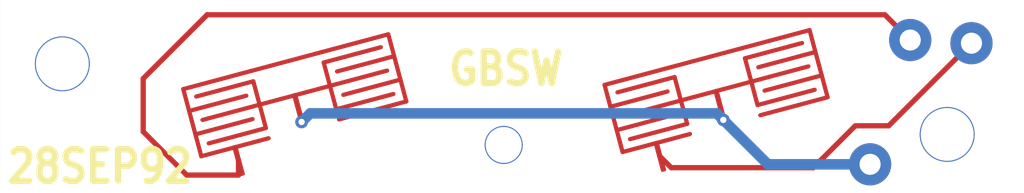
<source format=kicad_pcb>
(kicad_pcb (version 20240108) (generator "pcbnew") (generator_version "8.0")
  (layers (0 "F.Cu" signal) (31 "B.Cu" signal) (34 "B.Paste" user) (35 "F.Paste" user) (36 "B.SilkS" user "B.Silkscreen") (37 "F.SilkS" user "F.Silkscreen") (38 "B.Mask" user) (39 "F.Mask" user) (44 "Edge.Cuts" user))
  (net 0 "")
  (net 1 "/GND")
  (net 2 "/Codes.On{slash}Off")
  (net 3 "/Code.Screen")
  (footprint "GBSW:Buttons" (layer "F.Cu") (at 110.751 73.5)
    (property "Reference" "SW2" (hide yes))
    (property "Value" "Codes On/Off")
    (fp_line (start -2.074061 -0.271064) (end 1.113494 -1.125167) (stroke (width 0.2)) (layer "F.Cu"))
    (fp_line (start -1.795831 0.767307) (end 0.908762 0.042613) (stroke (width 0.2)) (layer "F.Cu"))
    (fp_line (start -1.498189 1.878121) (end 1.206404 1.153428) (stroke (width 0.2)) (layer "F.Cu"))
    (fp_line (start -1.461689 0.08249) (end 1.242904 -0.642204) (stroke (width 0.2)) (layer "F.Cu"))
    (fp_line (start -1.219958 2.916492) (end -2.074061 -0.271064) (stroke (width 0.2)) (layer "F.Cu"))
    (fp_line (start -1.219958 2.916492) (end 1.967597 2.062389) (stroke (width 0.2)) (layer "F.Cu"))
    (fp_line (start -1.164047 1.193304) (end 1.540546 0.468611) (stroke (width 0.2)) (layer "F.Cu"))
    (fp_line (start -0.866405 2.304119) (end 1.838187 1.579426) (stroke (width 0.2)) (layer "F.Cu"))
    (fp_line (start 1.113494 -1.125167) (end 4.445938 -2.018092) (stroke (width 0.2)) (layer "F.Cu"))
    (fp_line (start 1.540546 0.468611) (end 4.87299 -0.424315) (stroke (width 0.2)) (layer "F.Cu"))
    (fp_line (start 1.838187 1.579426) (end 1.242904 -0.642204) (stroke (width 0.2)) (layer "F.Cu"))
    (fp_line (start 4.575348 -1.535129) (end 5.170632 0.6865) (stroke (width 0.2)) (layer "F.Cu"))
    (fp_line (start 7.27994 -2.259823) (end 4.575348 -1.535129) (stroke (width 0.2)) (layer "F.Cu"))
    (fp_line (start 7.577582 -1.149008) (end 4.87299 -0.424315) (stroke (width 0.2)) (layer "F.Cu"))
    (fp_line (start 7.633493 -2.872195) (end 4.445938 -2.018092) (stroke (width 0.2)) (layer "F.Cu"))
    (fp_line (start 7.633493 -2.872195) (end 8.487596 0.31536) (stroke (width 0.2)) (layer "F.Cu"))
    (fp_line (start 7.875224 -0.038193) (end 5.170632 0.6865) (stroke (width 0.2)) (layer "F.Cu"))
    (fp_line (start 7.911724 -1.833825) (end 5.207132 -1.109132) (stroke (width 0.2)) (layer "F.Cu"))
    (fp_line (start 8.209366 -0.72301) (end 5.504774 0.001683) (stroke (width 0.2)) (layer "F.Cu"))
    (fp_line (start 8.487596 0.31536) (end 5.300041 1.169463) (stroke (width 0.2)) (layer "F.Cu"))
    (pad "1" smd roundrect (at 0.542052 3.117292 15) (size 0.25 1.5) (layers "F.Cu" "F.Mask") (net 2 "/Codes.On{slash}Off"))
    (pad "2" smd roundrect (at 3.375 0.65 15) (size 0.25 1.5) (layers "F.Cu" "F.Mask") (net 1 "/GND"))
  )
  (footprint "GBSW:Buttons" (layer "F.Cu") (at 130.7 73.3)
    (property "Reference" "SW1" (hide yes))
    (property "Value" "Code Screen")
    (fp_line (start -2.074061 -0.271064) (end 1.113494 -1.125167) (stroke (width 0.2)) (layer "F.Cu"))
    (fp_line (start -1.795831 0.767307) (end 0.908762 0.042613) (stroke (width 0.2)) (layer "F.Cu"))
    (fp_line (start -1.498189 1.878121) (end 1.206404 1.153428) (stroke (width 0.2)) (layer "F.Cu"))
    (fp_line (start -1.461689 0.08249) (end 1.242904 -0.642204) (stroke (width 0.2)) (layer "F.Cu"))
    (fp_line (start -1.219958 2.916492) (end -2.074061 -0.271064) (stroke (width 0.2)) (layer "F.Cu"))
    (fp_line (start -1.219958 2.916492) (end 1.967597 2.062389) (stroke (width 0.2)) (layer "F.Cu"))
    (fp_line (start -1.164047 1.193304) (end 1.540546 0.468611) (stroke (width 0.2)) (layer "F.Cu"))
    (fp_line (start -0.866405 2.304119) (end 1.838187 1.579426) (stroke (width 0.2)) (layer "F.Cu"))
    (fp_line (start 1.113494 -1.125167) (end 4.445938 -2.018092) (stroke (width 0.2)) (layer "F.Cu"))
    (fp_line (start 1.540546 0.468611) (end 4.87299 -0.424315) (stroke (width 0.2)) (layer "F.Cu"))
    (fp_line (start 1.838187 1.579426) (end 1.242904 -0.642204) (stroke (width 0.2)) (layer "F.Cu"))
    (fp_line (start 4.575348 -1.535129) (end 5.170632 0.6865) (stroke (width 0.2)) (layer "F.Cu"))
    (fp_line (start 7.27994 -2.259823) (end 4.575348 -1.535129) (stroke (width 0.2)) (layer "F.Cu"))
    (fp_line (start 7.577582 -1.149008) (end 4.87299 -0.424315) (stroke (width 0.2)) (layer "F.Cu"))
    (fp_line (start 7.633493 -2.872195) (end 4.445938 -2.018092) (stroke (width 0.2)) (layer "F.Cu"))
    (fp_line (start 7.633493 -2.872195) (end 8.487596 0.31536) (stroke (width 0.2)) (layer "F.Cu"))
    (fp_line (start 7.875224 -0.038193) (end 5.170632 0.6865) (stroke (width 0.2)) (layer "F.Cu"))
    (fp_line (start 7.911724 -1.833825) (end 5.207132 -1.109132) (stroke (width 0.2)) (layer "F.Cu"))
    (fp_line (start 8.209366 -0.72301) (end 5.504774 0.001683) (stroke (width 0.2)) (layer "F.Cu"))
    (fp_line (start 8.487596 0.31536) (end 5.300041 1.169463) (stroke (width 0.2)) (layer "F.Cu"))
    (pad "1" smd roundrect (at 0.542052 3.117292 15) (size 0.25 1.5) (layers "F.Cu" "F.Mask") (net 3 "/Code.Screen"))
    (pad "2" smd roundrect (at 3.375 0.65 15) (size 0.25 1.5) (layers "F.Cu" "F.Mask") (net 1 "/GND"))
  )
  (footprint "GBSW:Wires" (layer "F.Cu") (at 141.2 76.8)
    (property "Reference" "J1" (hide yes))
    (property "Value" "Conn_01x03")
    (pad "1" thru_hole circle (at 4.8 -5.75) (size 2 2) (drill 1) (layers "*.Cu" "*.Mask") (net 3 "/Code.Screen"))
    (pad "2" thru_hole circle (at 1.9 -5.9) (size 2 2) (drill 1) (layers "*.Cu" "*.Mask") (net 2 "/Codes.On{slash}Off"))
    (pad "3" thru_hole circle (at 0 0) (size 2 2) (drill 1) (layers "*.Cu" "*.Mask") (net 1 "/GND"))
  )
  (footprint "GBSW:Drill Holes" (layer "F.Cu") (at 123.85 75.88)
    (property "Reference" "Holes" (hide yes))
    (property "Value" "Drill Holes")
    (pad "1" thru_hole circle (at -20.9 -3.85) (size 2.6 2.6) (drill 2.5) (layers "*.Cu" "*.Mask"))
    (pad "2" thru_hole circle (at 0 0) (size 1.8 1.8) (drill 1.7) (layers "*.Cu" "*.Mask"))
    (pad "3" thru_hole circle (at 21 -0.5) (size 2.6 2.6) (drill 2.5) (layers "*.Cu" "*.Mask"))
  )
  (gr_line (start 100 69) (end 100 78) (stroke (width 0.002)) (layer "Edge.Cuts"))
  (gr_line (start 100 78) (end 148.5 78) (stroke (width 0.002)) (layer "Edge.Cuts"))
  (gr_line (start 100 69) (end 148.5 69) (stroke (width 0.002)) (layer "Edge.Cuts"))
  (gr_line (start 148.5 69) (end 148.5 78) (stroke (width 0.002)) (layer "Edge.Cuts"))
  (gr_text "28SEP92" (at 100.19 77.78 0) (layer "F.SilkS") (effects (font (size 1.5 1.3) (thickness 0.3) (bold yes)) (justify left bottom)))
  (gr_text "GBSW" (at 121.1 73.14 0) (layer "F.SilkS") (effects (font (size 1.5 1.3) (thickness 0.3) (bold yes)) (justify left bottom)))
  (via (at 134.25 74.69) (size 0.6) (drill 0.3) (layers "F.Cu" "B.Cu") (net 1))
  (via (at 114.28 74.79) (size 0.6) (drill 0.3) (layers "F.Cu" "B.Cu") (net 1))
  (segment (start 136.36 76.8) (end 141.2 76.8) (width 0.5) (layer "B.Cu") (net 1))
  (segment (start 134.25 74.69) (end 136.36 76.8) (width 0.5) (layer "B.Cu") (net 1))
  (segment (start 133.94 74.38) (end 114.69 74.38) (width 0.5) (layer "B.Cu") (net 1))
  (segment (start 134.25 74.69) (end 134.24 74.68) (width 0.2) (layer "B.Cu") (net 1))
  (segment (start 114.39 74.68) (end 114.28 74.79) (width 0.2) (layer "B.Cu") (net 1))
  (segment (start 114.69 74.38) (end 114.39 74.68) (width 0.5) (layer "B.Cu") (net 1))
  (segment (start 134.24 74.68) (end 133.94 74.38) (width 0.5) (layer "B.Cu") (net 1))
  (segment (start 111.293052 77.31) (end 108.84 77.31) (width 0.25) (layer "F.Cu") (net 2))
  (segment (start 106.78 75.25) (end 106.78 72.73) (width 0.25) (layer "F.Cu") (net 2))
  (segment (start 111.293052 76.617292) (end 111.293052 77.31) (width 0.25) (layer "F.Cu") (net 2))
  (segment (start 106.78 72.73) (end 109.81 69.7) (width 0.25) (layer "F.Cu") (net 2))
  (segment (start 141.9 69.7) (end 143.1 70.9) (width 0.25) (layer "F.Cu") (net 2))
  (segment (start 109.81 69.7) (end 141.9 69.7) (width 0.25) (layer "F.Cu") (net 2))
  (segment (start 108.84 77.31) (end 106.78 75.25) (width 0.25) (layer "F.Cu") (net 2))
  (segment (start 142.08 74.97) (end 146 71.05) (width 0.25) (layer "F.Cu") (net 3))
  (segment (start 131.78476 76.96) (end 138.51 76.96) (width 0.25) (layer "F.Cu") (net 3))
  (segment (start 140.5 74.97) (end 142.08 74.97) (width 0.25) (layer "F.Cu") (net 3))
  (segment (start 138.51 76.96) (end 140.5 74.97) (width 0.25) (layer "F.Cu") (net 3))
  (segment (start 131.242052 76.417292) (end 131.78476 76.96) (width 0.25) (layer "F.Cu") (net 3))
)
</source>
